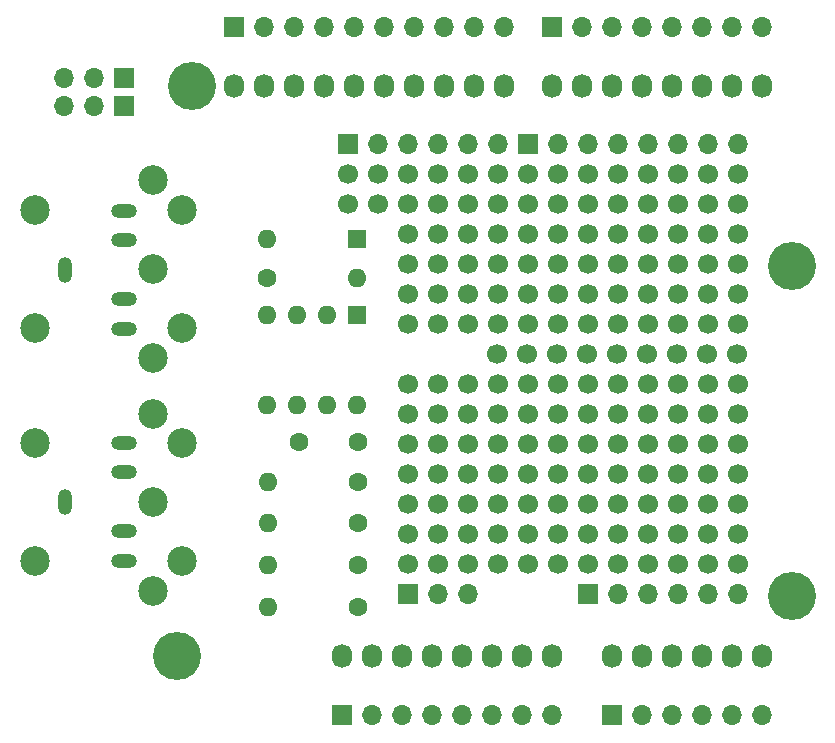
<source format=gbr>
%TF.GenerationSoftware,KiCad,Pcbnew,(6.0.5)*%
%TF.CreationDate,2023-01-02T11:49:04+00:00*%
%TF.ProjectId,ArduinoMIDIProtoShield,41726475-696e-46f4-9d49-444950726f74,rev?*%
%TF.SameCoordinates,Original*%
%TF.FileFunction,Soldermask,Top*%
%TF.FilePolarity,Negative*%
%FSLAX46Y46*%
G04 Gerber Fmt 4.6, Leading zero omitted, Abs format (unit mm)*
G04 Created by KiCad (PCBNEW (6.0.5)) date 2023-01-02 11:49:04*
%MOMM*%
%LPD*%
G01*
G04 APERTURE LIST*
%ADD10O,1.700000X1.700000*%
%ADD11R,1.700000X1.700000*%
%ADD12O,1.727200X2.032000*%
%ADD13C,4.064000*%
%ADD14C,1.700000*%
%ADD15R,1.600000X1.600000*%
%ADD16O,1.600000X1.600000*%
%ADD17C,1.600000*%
%ADD18C,2.499360*%
%ADD19O,2.200000X1.200000*%
%ADD20O,1.200000X2.200000*%
G04 APERTURE END LIST*
D10*
%TO.C,J12*%
X152654000Y-70586000D03*
X150114000Y-70586000D03*
X147574000Y-70586000D03*
X145034000Y-70586000D03*
X142494000Y-70586000D03*
X139954000Y-70586000D03*
X137414000Y-70586000D03*
X134874000Y-70586000D03*
X132334000Y-70586000D03*
D11*
X129794000Y-70586000D03*
%TD*%
%TO.C,J11*%
X156718000Y-70586000D03*
D10*
X159258000Y-70586000D03*
X161798000Y-70586000D03*
X164338000Y-70586000D03*
X166878000Y-70586000D03*
X169418000Y-70586000D03*
X171958000Y-70586000D03*
X174498000Y-70586000D03*
%TD*%
D11*
%TO.C,J10*%
X161798000Y-128825000D03*
D10*
X164338000Y-128825000D03*
X166878000Y-128825000D03*
X169418000Y-128825000D03*
X171958000Y-128825000D03*
X174498000Y-128825000D03*
%TD*%
D11*
%TO.C,J9*%
X138938000Y-128825000D03*
D10*
X141478000Y-128825000D03*
X144018000Y-128825000D03*
X146558000Y-128825000D03*
X149098000Y-128825000D03*
X151638000Y-128825000D03*
X154178000Y-128825000D03*
X156718000Y-128825000D03*
%TD*%
D12*
%TO.C,P1*%
X138938000Y-123825000D03*
X141478000Y-123825000D03*
X144018000Y-123825000D03*
X146558000Y-123825000D03*
X149098000Y-123825000D03*
X151638000Y-123825000D03*
X154178000Y-123825000D03*
X156718000Y-123825000D03*
%TD*%
%TO.C,P2*%
X161798000Y-123825000D03*
X164338000Y-123825000D03*
X166878000Y-123825000D03*
X169418000Y-123825000D03*
X171958000Y-123825000D03*
X174498000Y-123825000D03*
%TD*%
%TO.C,P3*%
X129794000Y-75565000D03*
X132334000Y-75565000D03*
X134874000Y-75565000D03*
X137414000Y-75565000D03*
X139954000Y-75565000D03*
X142494000Y-75565000D03*
X145034000Y-75565000D03*
X147574000Y-75565000D03*
X150114000Y-75565000D03*
X152654000Y-75565000D03*
%TD*%
%TO.C,P4*%
X156718000Y-75565000D03*
X159258000Y-75565000D03*
X161798000Y-75565000D03*
X164338000Y-75565000D03*
X166878000Y-75565000D03*
X169418000Y-75565000D03*
X171958000Y-75565000D03*
X174498000Y-75565000D03*
%TD*%
D13*
%TO.C,P5*%
X124968000Y-123825000D03*
%TD*%
%TO.C,P6*%
X177038000Y-118745000D03*
%TD*%
%TO.C,P7*%
X126238000Y-75565000D03*
%TD*%
%TO.C,P8*%
X177038000Y-90805000D03*
%TD*%
D14*
%TO.C,*%
X162306000Y-110972600D03*
%TD*%
%TO.C,*%
X167386000Y-85572600D03*
%TD*%
%TO.C,*%
X169926000Y-110972600D03*
%TD*%
%TO.C,*%
X152146000Y-108432600D03*
%TD*%
%TO.C,*%
X164846000Y-100812600D03*
%TD*%
%TO.C,*%
X154686000Y-90652600D03*
%TD*%
%TO.C,*%
X172466000Y-116052600D03*
%TD*%
%TO.C,*%
X169926000Y-93192600D03*
%TD*%
%TO.C,*%
X154686000Y-116052600D03*
%TD*%
%TO.C,*%
X167386000Y-105892600D03*
%TD*%
%TO.C,*%
X167386000Y-116052600D03*
%TD*%
%TO.C,*%
X147066000Y-90652600D03*
%TD*%
%TO.C,*%
X147066000Y-88112600D03*
%TD*%
%TO.C,*%
X157200600Y-98272600D03*
%TD*%
%TO.C,*%
X144526000Y-90652600D03*
%TD*%
%TO.C,*%
X162306000Y-116052600D03*
%TD*%
%TO.C,*%
X157226000Y-108432600D03*
%TD*%
%TO.C,*%
X152146000Y-93192600D03*
%TD*%
%TO.C,*%
X147066000Y-83032600D03*
%TD*%
%TO.C,*%
X164846000Y-93192600D03*
%TD*%
%TO.C,*%
X147066000Y-85572600D03*
%TD*%
%TO.C,*%
X141990000Y-83030000D03*
%TD*%
%TO.C,*%
X159766000Y-100812600D03*
%TD*%
%TO.C,*%
X157226000Y-90652600D03*
%TD*%
%TO.C,*%
X169926000Y-100812600D03*
%TD*%
%TO.C,*%
X169926000Y-90652600D03*
%TD*%
%TO.C,*%
X144526000Y-100812600D03*
%TD*%
D15*
%TO.C,U1*%
X140223400Y-94929800D03*
D16*
X137683400Y-94929800D03*
X135143400Y-94929800D03*
X132603400Y-94929800D03*
X132603400Y-102549800D03*
X135143400Y-102549800D03*
X137683400Y-102549800D03*
X140223400Y-102549800D03*
%TD*%
D14*
%TO.C,*%
X162280600Y-98272600D03*
%TD*%
%TO.C,*%
X149606000Y-105892600D03*
%TD*%
%TO.C,*%
X164846000Y-90652600D03*
%TD*%
%TO.C,*%
X159766000Y-88112600D03*
%TD*%
%TO.C,*%
X144526000Y-110972600D03*
%TD*%
%TO.C,*%
X144526000Y-113512600D03*
%TD*%
D11*
%TO.C,J7*%
X139446000Y-80492600D03*
D10*
X141986000Y-80492600D03*
X144526000Y-80492600D03*
X147066000Y-80492600D03*
X149606000Y-80492600D03*
X152146000Y-80492600D03*
%TD*%
D14*
%TO.C,*%
X169926000Y-88112600D03*
%TD*%
D17*
%TO.C,R3*%
X132588000Y-91846400D03*
D16*
X140208000Y-91846400D03*
%TD*%
D14*
%TO.C,*%
X159766000Y-90652600D03*
%TD*%
D17*
%TO.C,R5*%
X140335000Y-109093000D03*
D16*
X132715000Y-109093000D03*
%TD*%
D14*
%TO.C,*%
X152146000Y-83032600D03*
%TD*%
%TO.C,*%
X172466000Y-103352600D03*
%TD*%
D15*
%TO.C,D1*%
X140208000Y-88544400D03*
D16*
X132588000Y-88544400D03*
%TD*%
D14*
%TO.C,*%
X159766000Y-83032600D03*
%TD*%
D17*
%TO.C,R4*%
X140335000Y-112522000D03*
D16*
X132715000Y-112522000D03*
%TD*%
D14*
%TO.C,*%
X172466000Y-85572600D03*
%TD*%
%TO.C,*%
X172466000Y-113512600D03*
%TD*%
%TO.C,*%
X152146000Y-103352600D03*
%TD*%
%TO.C,*%
X164846000Y-85572600D03*
%TD*%
%TO.C,*%
X164846000Y-95732600D03*
%TD*%
%TO.C,*%
X147066000Y-95732600D03*
%TD*%
%TO.C,*%
X149606000Y-113512600D03*
%TD*%
%TO.C,*%
X157226000Y-85572600D03*
%TD*%
%TO.C,*%
X164846000Y-110972600D03*
%TD*%
%TO.C,*%
X144526000Y-108432600D03*
%TD*%
%TO.C,*%
X157226000Y-103352600D03*
%TD*%
%TO.C,*%
X169926000Y-83032600D03*
%TD*%
%TO.C,*%
X162306000Y-85572600D03*
%TD*%
%TO.C,*%
X164846000Y-88112600D03*
%TD*%
%TO.C,*%
X147066000Y-103352600D03*
%TD*%
%TO.C,*%
X162306000Y-83032600D03*
%TD*%
%TO.C,*%
X144526000Y-116052600D03*
%TD*%
%TO.C,*%
X157226000Y-88112600D03*
%TD*%
%TO.C,*%
X147066000Y-105892600D03*
%TD*%
%TO.C,*%
X167386000Y-100812600D03*
%TD*%
D17*
%TO.C,C1*%
X140295000Y-105664000D03*
X135295000Y-105664000D03*
%TD*%
D14*
%TO.C,*%
X167386000Y-93192600D03*
%TD*%
%TO.C,*%
X157226000Y-95732600D03*
%TD*%
%TO.C,*%
X162306000Y-100812600D03*
%TD*%
%TO.C,*%
X172466000Y-93192600D03*
%TD*%
%TO.C,*%
X152146000Y-90652600D03*
%TD*%
%TO.C,*%
X157226000Y-113512600D03*
%TD*%
%TO.C,*%
X157226000Y-116052600D03*
%TD*%
%TO.C,*%
X169926000Y-113512600D03*
%TD*%
%TO.C,*%
X157226000Y-83032600D03*
%TD*%
%TO.C,*%
X152146000Y-85572600D03*
%TD*%
%TO.C,*%
X172466000Y-110972600D03*
%TD*%
%TO.C,*%
X159766000Y-105892600D03*
%TD*%
%TO.C,*%
X164846000Y-103352600D03*
%TD*%
%TO.C,*%
X154686000Y-105892600D03*
%TD*%
%TO.C,*%
X172466000Y-105892600D03*
%TD*%
%TO.C,*%
X169926000Y-108432600D03*
%TD*%
%TO.C,*%
X152146000Y-100812600D03*
%TD*%
%TO.C,*%
X154686000Y-85572600D03*
%TD*%
%TO.C,*%
X164846000Y-105892600D03*
%TD*%
%TO.C,*%
X167386000Y-108432600D03*
%TD*%
%TO.C,*%
X164846000Y-108432600D03*
%TD*%
%TO.C,*%
X149606000Y-116052600D03*
%TD*%
%TO.C,*%
X154686000Y-95732600D03*
%TD*%
%TO.C,*%
X167386000Y-90652600D03*
%TD*%
%TO.C,*%
X162306000Y-105892600D03*
%TD*%
%TO.C,*%
X167386000Y-83032600D03*
%TD*%
%TO.C,*%
X139450000Y-85570000D03*
%TD*%
%TO.C,*%
X172466000Y-90652600D03*
%TD*%
%TO.C,*%
X154686000Y-93192600D03*
%TD*%
%TO.C,*%
X167386000Y-103352600D03*
%TD*%
%TO.C,*%
X154686000Y-113512600D03*
%TD*%
D18*
%TO.C,IN1*%
X112938300Y-86037740D03*
X112938300Y-96040260D03*
X122933200Y-98537080D03*
X122935740Y-91039000D03*
X122933200Y-83540920D03*
X125435100Y-96035180D03*
X125435100Y-86042820D03*
%TD*%
D11*
%TO.C,J5*%
X144526000Y-118592600D03*
D10*
X147066000Y-118592600D03*
X149606000Y-118592600D03*
%TD*%
D14*
%TO.C,*%
X147066000Y-108432600D03*
%TD*%
%TO.C,*%
X152120600Y-98272600D03*
%TD*%
%TO.C,*%
X147066000Y-110972600D03*
%TD*%
%TO.C,*%
X152146000Y-110972600D03*
%TD*%
%TO.C,*%
X147066000Y-116052600D03*
%TD*%
D19*
%TO.C,J2*%
X120493800Y-105750000D03*
X120493800Y-108250000D03*
D20*
X115493800Y-110750000D03*
D19*
X120493800Y-115750000D03*
X120493800Y-113250000D03*
%TD*%
D14*
%TO.C,*%
X152146000Y-113512600D03*
%TD*%
%TO.C,*%
X162306000Y-95732600D03*
%TD*%
%TO.C,*%
X149606000Y-100812600D03*
%TD*%
%TO.C,*%
X169926000Y-85572600D03*
%TD*%
%TO.C,*%
X162306000Y-88112600D03*
%TD*%
%TO.C,*%
X154686000Y-100812600D03*
%TD*%
%TO.C,*%
X164846000Y-113512600D03*
%TD*%
%TO.C,*%
X149606000Y-110972600D03*
%TD*%
%TO.C,*%
X167360600Y-98272600D03*
%TD*%
%TO.C,*%
X149606000Y-103352600D03*
%TD*%
%TO.C,*%
X159766000Y-110972600D03*
%TD*%
%TO.C,*%
X159766000Y-103352600D03*
%TD*%
%TO.C,*%
X144526000Y-85572600D03*
%TD*%
%TO.C,*%
X167386000Y-113512600D03*
%TD*%
%TO.C,*%
X169926000Y-95732600D03*
%TD*%
%TO.C,*%
X167386000Y-88112600D03*
%TD*%
%TO.C,*%
X149606000Y-88112600D03*
%TD*%
%TO.C,*%
X172466000Y-100812600D03*
%TD*%
D19*
%TO.C,J1*%
X120493800Y-86100000D03*
X120493800Y-88600000D03*
D20*
X115493800Y-91100000D03*
D19*
X120493800Y-96100000D03*
X120493800Y-93600000D03*
%TD*%
D14*
%TO.C,*%
X172466000Y-95732600D03*
%TD*%
%TO.C,*%
X144526000Y-88112600D03*
%TD*%
%TO.C,*%
X149606000Y-85572600D03*
%TD*%
%TO.C,*%
X147066000Y-100812600D03*
%TD*%
%TO.C,*%
X167386000Y-95732600D03*
%TD*%
%TO.C,*%
X154686000Y-108432600D03*
%TD*%
%TO.C,*%
X152146000Y-88112600D03*
%TD*%
%TO.C,*%
X162306000Y-93192600D03*
%TD*%
D18*
%TO.C,OUT1*%
X112938300Y-115789260D03*
X112938300Y-105786740D03*
X122933200Y-118286080D03*
X122935740Y-110788000D03*
X122933200Y-103289920D03*
X125435100Y-115784180D03*
X125435100Y-105791820D03*
%TD*%
D14*
%TO.C,*%
X144526000Y-103352600D03*
%TD*%
%TO.C,*%
X157226000Y-100812600D03*
%TD*%
%TO.C,*%
X169926000Y-105892600D03*
%TD*%
D11*
%TO.C,J6*%
X159766000Y-118592600D03*
D10*
X162306000Y-118592600D03*
X164846000Y-118592600D03*
X167386000Y-118592600D03*
X169926000Y-118592600D03*
X172466000Y-118592600D03*
%TD*%
D17*
%TO.C,R1*%
X140335000Y-119634000D03*
D16*
X132715000Y-119634000D03*
%TD*%
D14*
%TO.C,*%
X159766000Y-108432600D03*
%TD*%
%TO.C,*%
X172466000Y-83032600D03*
%TD*%
%TO.C,*%
X147066000Y-113512600D03*
%TD*%
%TO.C,*%
X154686000Y-88112600D03*
%TD*%
%TO.C,*%
X157226000Y-105892600D03*
%TD*%
%TO.C,*%
X141990000Y-85570000D03*
%TD*%
%TO.C,*%
X167386000Y-110972600D03*
%TD*%
%TO.C,*%
X162306000Y-103352600D03*
%TD*%
%TO.C,*%
X162306000Y-90652600D03*
%TD*%
%TO.C,*%
X169926000Y-116052600D03*
%TD*%
%TO.C,*%
X139450000Y-83030000D03*
%TD*%
%TO.C,*%
X164820600Y-98272600D03*
%TD*%
%TO.C,*%
X144526000Y-93192600D03*
%TD*%
D11*
%TO.C,J4*%
X120505000Y-77280000D03*
D10*
X117965000Y-77280000D03*
X115425000Y-77280000D03*
%TD*%
D14*
%TO.C,*%
X162306000Y-108432600D03*
%TD*%
%TO.C,*%
X159766000Y-85572600D03*
%TD*%
%TO.C,*%
X149606000Y-90652600D03*
%TD*%
%TO.C,*%
X152146000Y-116052600D03*
%TD*%
%TO.C,*%
X144526000Y-105892600D03*
%TD*%
%TO.C,*%
X172440600Y-98272600D03*
%TD*%
%TO.C,*%
X157226000Y-110972600D03*
%TD*%
%TO.C,*%
X149606000Y-83032600D03*
%TD*%
D11*
%TO.C,J8*%
X154686000Y-80492600D03*
D10*
X157226000Y-80492600D03*
X159766000Y-80492600D03*
X162306000Y-80492600D03*
X164846000Y-80492600D03*
X167386000Y-80492600D03*
X169926000Y-80492600D03*
X172466000Y-80492600D03*
%TD*%
D11*
%TO.C,J3*%
X120505000Y-74840000D03*
D10*
X117965000Y-74840000D03*
X115425000Y-74840000D03*
%TD*%
D14*
%TO.C,*%
X159766000Y-93192600D03*
%TD*%
%TO.C,*%
X157226000Y-93192600D03*
%TD*%
%TO.C,*%
X159766000Y-113512600D03*
%TD*%
D17*
%TO.C,R2*%
X140335000Y-116078000D03*
D16*
X132715000Y-116078000D03*
%TD*%
D14*
%TO.C,*%
X169926000Y-103352600D03*
%TD*%
%TO.C,*%
X152146000Y-95732600D03*
%TD*%
%TO.C,*%
X172466000Y-88112600D03*
%TD*%
%TO.C,*%
X149606000Y-93192600D03*
%TD*%
%TO.C,*%
X154686000Y-103352600D03*
%TD*%
%TO.C,*%
X147066000Y-93192600D03*
%TD*%
%TO.C,*%
X172466000Y-108432600D03*
%TD*%
%TO.C,*%
X159740600Y-98272600D03*
%TD*%
%TO.C,*%
X164846000Y-116052600D03*
%TD*%
%TO.C,*%
X154686000Y-110972600D03*
%TD*%
%TO.C,*%
X169900600Y-98272600D03*
%TD*%
%TO.C,*%
X154686000Y-83032600D03*
%TD*%
%TO.C,*%
X154660600Y-98272600D03*
%TD*%
%TO.C,*%
X159766000Y-116052600D03*
%TD*%
%TO.C,*%
X149606000Y-108432600D03*
%TD*%
%TO.C,*%
X159766000Y-95732600D03*
%TD*%
%TO.C,*%
X149606000Y-95732600D03*
%TD*%
%TO.C,*%
X144526000Y-95732600D03*
%TD*%
%TO.C,*%
X164846000Y-83032600D03*
%TD*%
%TO.C,*%
X144526000Y-83032600D03*
%TD*%
%TO.C,*%
X152146000Y-105892600D03*
%TD*%
%TO.C,*%
X162306000Y-113512600D03*
%TD*%
M02*

</source>
